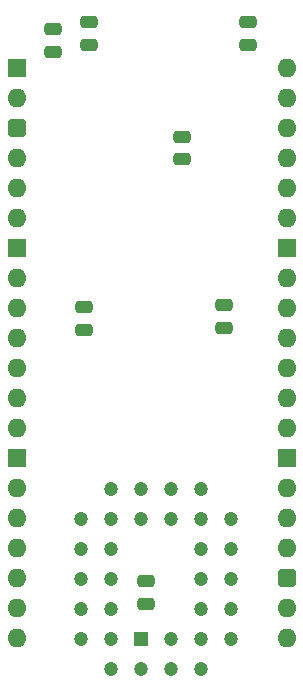
<source format=gbr>
%TF.GenerationSoftware,KiCad,Pcbnew,7.0.5*%
%TF.CreationDate,2023-12-18T11:30:08+02:00*%
%TF.ProjectId,HCP65 MPU Memory,48435036-3520-44d5-9055-204d656d6f72,rev?*%
%TF.SameCoordinates,Original*%
%TF.FileFunction,Soldermask,Bot*%
%TF.FilePolarity,Negative*%
%FSLAX46Y46*%
G04 Gerber Fmt 4.6, Leading zero omitted, Abs format (unit mm)*
G04 Created by KiCad (PCBNEW 7.0.5) date 2023-12-18 11:30:08*
%MOMM*%
%LPD*%
G01*
G04 APERTURE LIST*
G04 Aperture macros list*
%AMRoundRect*
0 Rectangle with rounded corners*
0 $1 Rounding radius*
0 $2 $3 $4 $5 $6 $7 $8 $9 X,Y pos of 4 corners*
0 Add a 4 corners polygon primitive as box body*
4,1,4,$2,$3,$4,$5,$6,$7,$8,$9,$2,$3,0*
0 Add four circle primitives for the rounded corners*
1,1,$1+$1,$2,$3*
1,1,$1+$1,$4,$5*
1,1,$1+$1,$6,$7*
1,1,$1+$1,$8,$9*
0 Add four rect primitives between the rounded corners*
20,1,$1+$1,$2,$3,$4,$5,0*
20,1,$1+$1,$4,$5,$6,$7,0*
20,1,$1+$1,$6,$7,$8,$9,0*
20,1,$1+$1,$8,$9,$2,$3,0*%
G04 Aperture macros list end*
%ADD10R,1.200000X1.200000*%
%ADD11C,1.200000*%
%ADD12R,1.600000X1.600000*%
%ADD13O,1.600000X1.600000*%
%ADD14RoundRect,0.400000X-0.400000X-0.400000X0.400000X-0.400000X0.400000X0.400000X-0.400000X0.400000X0*%
%ADD15RoundRect,0.250000X0.475000X-0.250000X0.475000X0.250000X-0.475000X0.250000X-0.475000X-0.250000X0*%
%ADD16RoundRect,0.250000X-0.475000X0.250000X-0.475000X-0.250000X0.475000X-0.250000X0.475000X0.250000X0*%
G04 APERTURE END LIST*
D10*
%TO.C,IC46*%
X96901000Y-119507000D03*
D11*
X99441000Y-122047000D03*
X99441000Y-119507000D03*
X101981000Y-122047000D03*
X104521000Y-119507000D03*
X101981000Y-119507000D03*
X104521000Y-116967000D03*
X101981000Y-116967000D03*
X104521000Y-114427000D03*
X101981000Y-114427000D03*
X104521000Y-111887000D03*
X101981000Y-111887000D03*
X104521000Y-109347000D03*
X101981000Y-106807000D03*
X101981000Y-109347000D03*
X99441000Y-106807000D03*
X99441000Y-109347000D03*
X96901000Y-106807000D03*
X96901000Y-109347000D03*
X94361000Y-106807000D03*
X91821000Y-109347000D03*
X94361000Y-109347000D03*
X91821000Y-111887000D03*
X94361000Y-111887000D03*
X91821000Y-114427000D03*
X94361000Y-114427000D03*
X91821000Y-116967000D03*
X94361000Y-116967000D03*
X91821000Y-119507000D03*
X94361000Y-122047000D03*
X94361000Y-119507000D03*
X96901000Y-122047000D03*
%TD*%
D12*
%TO.C,J8*%
X86360000Y-71120000D03*
D13*
X86360000Y-73660000D03*
D14*
X86360000Y-76200000D03*
D13*
X86360000Y-78740000D03*
X86360000Y-81280000D03*
X86360000Y-83820000D03*
D12*
X86360000Y-86360000D03*
D13*
X86360000Y-88900000D03*
X86360000Y-91440000D03*
X86360000Y-93980000D03*
X86360000Y-96520000D03*
X86360000Y-99060000D03*
X86360000Y-101600000D03*
D12*
X86360000Y-104140000D03*
D13*
X86360000Y-106680000D03*
X86360000Y-109220000D03*
X86360000Y-111760000D03*
X86360000Y-114300000D03*
X86360000Y-116840000D03*
X86360000Y-119380000D03*
X109220000Y-119380000D03*
X109220000Y-116840000D03*
D14*
X109220000Y-114300000D03*
D13*
X109220000Y-111760000D03*
X109220000Y-109220000D03*
X109220000Y-106680000D03*
D12*
X109220000Y-104140000D03*
D13*
X109220000Y-101600000D03*
X109220000Y-99060000D03*
X109220000Y-96520000D03*
X109220000Y-93980000D03*
X109220000Y-91440000D03*
X109220000Y-88900000D03*
D12*
X109220000Y-86360000D03*
D13*
X109220000Y-83820000D03*
X109220000Y-81280000D03*
X109220000Y-78740000D03*
X109220000Y-76200000D03*
X109220000Y-73660000D03*
X109220000Y-71120000D03*
%TD*%
D15*
%TO.C,C49*%
X89408000Y-69768000D03*
X89408000Y-67868000D03*
%TD*%
D16*
%TO.C,C54*%
X92075000Y-91395000D03*
X92075000Y-93295000D03*
%TD*%
D15*
%TO.C,C52*%
X97282000Y-116504000D03*
X97282000Y-114604000D03*
%TD*%
%TO.C,C51*%
X103886000Y-93136000D03*
X103886000Y-91236000D03*
%TD*%
D16*
%TO.C,C55*%
X105918000Y-67265000D03*
X105918000Y-69165000D03*
%TD*%
D15*
%TO.C,C53*%
X100330000Y-78867000D03*
X100330000Y-76967000D03*
%TD*%
D16*
%TO.C,C50*%
X92456000Y-67265000D03*
X92456000Y-69165000D03*
%TD*%
M02*

</source>
